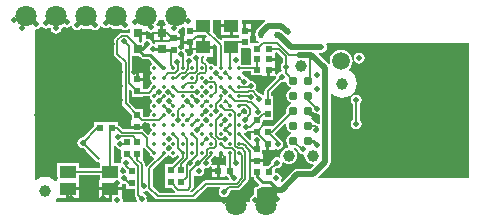
<source format=gbl>
%FSLAX24Y24*%
%MOIN*%
G70*
G01*
G75*
G04 Layer_Physical_Order=4*
G04 Layer_Color=16711680*
%ADD10R,0.0197X0.0236*%
%ADD11R,0.0217X0.0236*%
%ADD12R,0.0394X0.0335*%
%ADD13R,0.0236X0.0335*%
%ADD14R,0.0236X0.0217*%
%ADD15R,0.0315X0.0295*%
%ADD16R,0.0335X0.0256*%
%ADD17R,0.0236X0.0197*%
%ADD18R,0.0709X0.0394*%
%ADD19R,0.0177X0.0177*%
G04:AMPARAMS|DCode=20|XSize=47.2mil|YSize=43.3mil|CornerRadius=0mil|HoleSize=0mil|Usage=FLASHONLY|Rotation=45.000|XOffset=0mil|YOffset=0mil|HoleType=Round|Shape=Rectangle|*
%AMROTATEDRECTD20*
4,1,4,-0.0014,-0.0320,-0.0320,-0.0014,0.0014,0.0320,0.0320,0.0014,-0.0014,-0.0320,0.0*
%
%ADD20ROTATEDRECTD20*%

%ADD21R,0.0256X0.0197*%
%ADD22R,0.0197X0.0256*%
%ADD23O,0.0256X0.0079*%
%ADD24O,0.0079X0.0256*%
%ADD25R,0.1850X0.1850*%
%ADD26R,0.0571X0.0217*%
%ADD27R,0.0571X0.0217*%
%ADD28R,0.2560X0.0400*%
%ADD29R,0.2960X0.0600*%
G04:AMPARAMS|DCode=30|XSize=19.7mil|YSize=23.6mil|CornerRadius=0mil|HoleSize=0mil|Usage=FLASHONLY|Rotation=225.000|XOffset=0mil|YOffset=0mil|HoleType=Round|Shape=Rectangle|*
%AMROTATEDRECTD30*
4,1,4,-0.0014,0.0153,0.0153,-0.0014,0.0014,-0.0153,-0.0153,0.0014,-0.0014,0.0153,0.0*
%
%ADD30ROTATEDRECTD30*%

%ADD31C,0.0394*%
%ADD32R,0.0157X0.0197*%
%ADD33C,0.0150*%
%ADD34C,0.0060*%
%ADD35C,0.0050*%
%ADD36C,0.0100*%
%ADD37C,0.0080*%
%ADD38C,0.0070*%
%ADD39C,0.0090*%
%ADD40C,0.0200*%
%ADD41R,0.0680X0.0410*%
%ADD42C,0.0390*%
%ADD43C,0.0197*%
%ADD44C,0.0118*%
%ADD45C,0.0591*%
%ADD46C,0.0709*%
%ADD47C,0.0240*%
%ADD48C,0.0138*%
%ADD49C,0.0310*%
%ADD50R,0.0551X0.0413*%
%ADD51R,0.0472X0.0433*%
G36*
X8421Y2556D02*
X8437Y2545D01*
Y2495D01*
X8421Y2484D01*
X8398Y2450D01*
X8348D01*
X8335Y2470D01*
X8297Y2495D01*
Y2545D01*
X8335Y2570D01*
X8348Y2590D01*
X8398D01*
X8421Y2556D01*
D02*
G37*
G36*
X11450Y3038D02*
X11488Y3046D01*
X11526Y3014D01*
Y2720D01*
X11480Y2701D01*
X11456Y2725D01*
X11421Y2749D01*
X11380Y2757D01*
X11361D01*
X11319Y2819D01*
X11260Y2859D01*
X11254Y2886D01*
Y2913D01*
X11334Y2966D01*
X11390Y3050D01*
X11450Y3038D01*
D02*
G37*
G36*
X7805Y2255D02*
X7828Y2240D01*
X7833Y2232D01*
X7840Y2225D01*
X7835Y2175D01*
X7805Y2155D01*
X7792Y2135D01*
X7742D01*
X7719Y2169D01*
X7685Y2192D01*
Y2242D01*
X7705Y2255D01*
X7730Y2293D01*
X7780D01*
X7805Y2255D01*
D02*
G37*
G36*
X9232Y2440D02*
Y2225D01*
X9232D01*
Y2225D01*
X9252Y2189D01*
D01*
X9204Y2175D01*
X9022Y2357D01*
Y2407D01*
X9039Y2424D01*
X9070Y2418D01*
X9140Y2432D01*
X9188Y2464D01*
X9232Y2440D01*
D02*
G37*
G36*
X7805Y2885D02*
X7843Y2860D01*
Y2810D01*
X7805Y2785D01*
X7780Y2747D01*
X7730D01*
X7705Y2785D01*
X7667Y2810D01*
Y2860D01*
X7705Y2885D01*
X7730Y2923D01*
X7780D01*
X7805Y2885D01*
D02*
G37*
G36*
X5272Y3813D02*
Y3595D01*
X5628D01*
Y3638D01*
X5835D01*
X5835Y3638D01*
X5835Y3638D01*
X5835Y3638D01*
X5871Y3622D01*
X5871Y3622D01*
Y3622D01*
X5882Y3564D01*
X5915Y3515D01*
X5953Y3490D01*
Y3440D01*
X5915Y3415D01*
X5882Y3366D01*
X5871Y3307D01*
X5882Y3249D01*
X5915Y3200D01*
X5953Y3175D01*
Y3125D01*
X5915Y3100D01*
X5882Y3051D01*
X5871Y2993D01*
X5871Y2991D01*
X5839Y2952D01*
X5653D01*
X5628Y2977D01*
Y3195D01*
X5411D01*
X5172Y3433D01*
Y3847D01*
X5218Y3866D01*
X5272Y3813D01*
D02*
G37*
G36*
X9049Y3213D02*
X9100Y3162D01*
Y3068D01*
X9066Y3035D01*
X9018Y3049D01*
X9016Y3058D01*
X8979Y3114D01*
X8945Y3137D01*
Y3187D01*
X8965Y3200D01*
X8975Y3216D01*
X9043D01*
X9049Y3213D01*
D02*
G37*
G36*
X7477Y2905D02*
X7490Y2885D01*
X7528Y2860D01*
Y2810D01*
X7490Y2785D01*
X7477Y2765D01*
X7427D01*
X7404Y2799D01*
X7388Y2810D01*
Y2860D01*
X7404Y2871D01*
X7427Y2905D01*
X7477D01*
D02*
G37*
G36*
X7161Y2871D02*
X7177Y2860D01*
Y2810D01*
X7161Y2799D01*
X7138Y2765D01*
X7088D01*
X7075Y2785D01*
X7037Y2810D01*
Y2860D01*
X7075Y2885D01*
X7088Y2905D01*
X7138D01*
X7161Y2871D01*
D02*
G37*
G36*
X6545Y2255D02*
X6583Y2230D01*
Y2180D01*
X6545Y2155D01*
X6520Y2117D01*
X6470D01*
X6445Y2155D01*
X6407Y2180D01*
Y2230D01*
X6445Y2255D01*
X6470Y2293D01*
X6520D01*
X6545Y2255D01*
D02*
G37*
G36*
X5010Y1222D02*
X5018Y1220D01*
X5072Y1167D01*
Y1109D01*
X5033Y1077D01*
X5010Y1082D01*
X4953Y1071D01*
X4914Y1102D01*
Y1233D01*
X4958Y1257D01*
X5010Y1222D01*
D02*
G37*
G36*
X5691Y1906D02*
X5873Y1724D01*
X5882Y1675D01*
X5915Y1625D01*
X5965Y1592D01*
X5997Y1586D01*
X6012Y1538D01*
X5779Y1305D01*
X5760Y1277D01*
X5712Y1292D01*
Y1366D01*
X5712Y1366D01*
X5704Y1408D01*
X5679Y1445D01*
X5633Y1492D01*
X5638Y1505D01*
X5638D01*
X5638Y1505D01*
Y1898D01*
X5686Y1913D01*
X5691Y1906D01*
D02*
G37*
G36*
X4203Y851D02*
X4183D01*
Y595D01*
X4934D01*
Y694D01*
X4973Y725D01*
X5010Y718D01*
X5029Y722D01*
X5072Y680D01*
Y545D01*
X5378D01*
Y330D01*
X5378Y330D01*
X5386Y287D01*
X5411Y251D01*
X5422Y239D01*
X5418Y220D01*
X5431Y153D01*
X5400Y114D01*
X4998D01*
X4967Y153D01*
X4972Y180D01*
X4958Y250D01*
X4934Y285D01*
Y495D01*
X4609D01*
Y203D01*
X4612Y199D01*
X4608Y180D01*
X4613Y153D01*
X4582Y114D01*
X2753D01*
X2731Y159D01*
X2785Y230D01*
X2789Y238D01*
X3091D01*
Y545D01*
X3141D01*
Y595D01*
X3517D01*
Y851D01*
X3497D01*
Y1003D01*
X4203D01*
Y851D01*
D02*
G37*
G36*
X6545Y1625D02*
X6594Y1592D01*
X6653Y1581D01*
X6711Y1592D01*
X6760Y1625D01*
X6785Y1663D01*
X6820D01*
X6855Y1628D01*
Y1614D01*
X6596Y1355D01*
X6372D01*
Y959D01*
Y565D01*
X6610D01*
X6706Y469D01*
X6701Y419D01*
X6689Y411D01*
X6188D01*
X5970Y628D01*
Y1180D01*
X6380Y1589D01*
X6396Y1592D01*
X6445Y1625D01*
X6470Y1663D01*
X6520D01*
X6545Y1625D01*
D02*
G37*
G36*
X10817Y1824D02*
X10822Y1800D01*
X10861Y1741D01*
X10920Y1702D01*
X10990Y1688D01*
X11024Y1657D01*
X11023Y1650D01*
X11032Y1578D01*
X11060Y1511D01*
X11104Y1454D01*
X11161Y1409D01*
X11228Y1382D01*
X11300Y1372D01*
X11318Y1375D01*
X11340Y1330D01*
X11224Y1214D01*
X10790D01*
X10732Y1202D01*
X10720Y1200D01*
X10661Y1160D01*
X10281Y780D01*
X10242Y812D01*
X10248Y820D01*
X10262Y890D01*
X10248Y960D01*
X10209Y1019D01*
X10150Y1058D01*
X10080Y1072D01*
X10045Y1101D01*
Y1206D01*
X10081Y1242D01*
X10100Y1238D01*
X10170Y1252D01*
X10229Y1291D01*
X10268Y1350D01*
X10281Y1417D01*
X10296Y1423D01*
X10334Y1430D01*
X10361Y1409D01*
X10428Y1382D01*
X10500Y1372D01*
X10572Y1382D01*
X10639Y1409D01*
X10696Y1454D01*
X10740Y1511D01*
X10768Y1578D01*
X10777Y1650D01*
X10768Y1721D01*
X10740Y1788D01*
X10696Y1846D01*
X10668Y1867D01*
X10676Y1903D01*
X10725Y1917D01*
X10817Y1824D01*
D02*
G37*
G36*
X6545Y1940D02*
X6583Y1915D01*
Y1865D01*
X6545Y1840D01*
X6520Y1802D01*
X6470D01*
X6445Y1840D01*
X6407Y1865D01*
Y1915D01*
X6445Y1940D01*
X6470Y1978D01*
X6520D01*
X6545Y1940D01*
D02*
G37*
G36*
X10421Y2701D02*
X10410Y2650D01*
X10429Y2558D01*
X10481Y2480D01*
X10558Y2428D01*
X10577Y2425D01*
Y2375D01*
X10558Y2371D01*
X10481Y2319D01*
X10429Y2241D01*
X10410Y2150D01*
X10429Y2058D01*
X10481Y1980D01*
X10491Y1973D01*
X10480Y1924D01*
X10428Y1918D01*
X10361Y1890D01*
X10304Y1846D01*
X10260Y1788D01*
X10232Y1721D01*
X10223Y1650D01*
X10229Y1603D01*
X10186Y1577D01*
X10170Y1588D01*
X10100Y1602D01*
X10030Y1588D01*
X9971Y1549D01*
X9932Y1490D01*
X9918Y1420D01*
X9922Y1401D01*
X9820Y1298D01*
X9628D01*
Y1433D01*
X9232D01*
Y1265D01*
X9255D01*
Y922D01*
X9326D01*
X9331Y896D01*
X9359Y853D01*
X9502Y711D01*
X9497Y661D01*
X9480Y650D01*
X9442Y612D01*
X9420D01*
X9389Y605D01*
X9362Y588D01*
X9345Y561D01*
X9338Y530D01*
Y342D01*
X9320Y338D01*
X9261Y299D01*
X9222Y240D01*
X9208Y170D01*
X9211Y153D01*
X9180Y114D01*
X5800Y114D01*
X5769Y153D01*
X5782Y220D01*
X5768Y290D01*
X5729Y349D01*
X5670Y388D01*
X5639Y394D01*
X5627Y443D01*
X5641Y454D01*
X5670Y448D01*
X5740Y462D01*
X5787Y494D01*
X6062Y219D01*
X6098Y195D01*
X6141Y187D01*
X6141Y187D01*
X7319D01*
X7319Y187D01*
X7362Y195D01*
X7398Y219D01*
X7786Y608D01*
X8195D01*
X8218Y564D01*
X8182Y510D01*
X8168Y440D01*
X8182Y370D01*
X8221Y311D01*
X8280Y272D01*
X8350Y258D01*
X8420Y272D01*
X8479Y311D01*
X8518Y370D01*
X8532Y440D01*
X8528Y459D01*
X8566Y498D01*
X8806D01*
X8806Y498D01*
X8848Y506D01*
X8885Y531D01*
X9129Y775D01*
X9129Y775D01*
X9154Y812D01*
X9162Y854D01*
X9162Y854D01*
Y1770D01*
X9162Y1770D01*
X9154Y1813D01*
X9129Y1849D01*
X9129Y1849D01*
X9035Y1943D01*
X9047Y1992D01*
X9064Y1997D01*
X9252Y1810D01*
Y1701D01*
X9232D01*
Y1533D01*
X9628D01*
Y1701D01*
X9608D01*
Y1835D01*
X9750D01*
Y2053D01*
X9850D01*
Y1835D01*
X10008D01*
Y1844D01*
X10052Y1867D01*
X10060Y1862D01*
X10130Y1848D01*
X10200Y1862D01*
X10259Y1901D01*
X10298Y1960D01*
X10312Y2030D01*
X10298Y2100D01*
X10259Y2159D01*
X10221Y2184D01*
X10219Y2186D01*
X10219Y2186D01*
X10029Y2377D01*
X10377Y2725D01*
X10421Y2701D01*
D02*
G37*
G36*
X4722Y1980D02*
X4761Y1921D01*
X4820Y1882D01*
X4890Y1868D01*
X4912Y1850D01*
Y1505D01*
X4912Y1505D01*
X4912D01*
X4925Y1480D01*
X4912Y1460D01*
X4900Y1402D01*
X4671D01*
Y1982D01*
X4721Y1987D01*
X4722Y1980D01*
D02*
G37*
G36*
X8277Y1570D02*
X8293Y1574D01*
X8349Y1611D01*
X8372Y1645D01*
X8404D01*
X8425Y1638D01*
Y1318D01*
X8371D01*
Y1338D01*
X8203D01*
Y1140D01*
Y942D01*
X8371D01*
Y962D01*
X8452D01*
X8453Y959D01*
X8509Y903D01*
X8516Y871D01*
X8484Y832D01*
X7740D01*
X7697Y824D01*
X7661Y799D01*
X7661Y799D01*
X7282Y421D01*
X7233Y430D01*
X7222Y457D01*
X7298Y533D01*
X7298Y533D01*
X7322Y569D01*
X7330Y612D01*
X7330Y612D01*
Y978D01*
X7375Y1002D01*
X7424Y969D01*
X7493Y955D01*
X7563Y969D01*
X7622Y1008D01*
X7661Y1067D01*
X7675Y1137D01*
X7662Y1203D01*
X7673Y1214D01*
X7707Y1237D01*
X7750Y1228D01*
X7820Y1242D01*
X7879Y1281D01*
X7887Y1294D01*
X7935Y1280D01*
Y1190D01*
X8103D01*
Y1338D01*
X7957D01*
X7925Y1377D01*
X7932Y1410D01*
X7918Y1480D01*
X7903Y1502D01*
X7992Y1590D01*
X7992Y1590D01*
X8012Y1620D01*
X8020Y1625D01*
X8033Y1645D01*
X8083D01*
X8106Y1611D01*
X8162Y1574D01*
X8177Y1570D01*
Y1733D01*
X8277D01*
Y1570D01*
D02*
G37*
G36*
X7805Y3515D02*
X7843Y3490D01*
Y3440D01*
X7805Y3415D01*
X7792Y3395D01*
X7742D01*
X7719Y3429D01*
X7685Y3452D01*
Y3502D01*
X7705Y3515D01*
X7730Y3553D01*
X7780D01*
X7805Y3515D01*
D02*
G37*
G36*
X7032Y5912D02*
Y5641D01*
X7012D01*
Y5473D01*
X7210D01*
Y5423D01*
X7260D01*
Y5205D01*
X7314D01*
Y5044D01*
X7291Y5029D01*
X7258Y4978D01*
X7190Y4992D01*
X7131Y4980D01*
X7096Y5016D01*
X7097Y5024D01*
X7083Y5093D01*
X7044Y5152D01*
X7037Y5157D01*
X7051Y5205D01*
X7160D01*
Y5373D01*
X7012D01*
Y5232D01*
X7003Y5219D01*
X6973Y5194D01*
X6915Y5206D01*
X6887Y5200D01*
X6848Y5232D01*
Y5349D01*
X6868D01*
Y5517D01*
X6670D01*
Y5617D01*
X6868D01*
Y5785D01*
X6861D01*
X6837Y5829D01*
X6838Y5830D01*
X6847Y5875D01*
X6863Y5877D01*
X6969Y5921D01*
X6987Y5934D01*
X7032Y5912D01*
D02*
G37*
G36*
X9732Y6138D02*
X9690Y6110D01*
X9470Y5890D01*
X9470Y5890D01*
X9435Y5854D01*
X9424Y5838D01*
X9406D01*
Y5811D01*
X9395Y5795D01*
X9393Y5783D01*
X9381Y5724D01*
Y5660D01*
X9395Y5590D01*
X9406Y5574D01*
Y5482D01*
X9491D01*
X9510Y5435D01*
X9473Y5398D01*
X9245D01*
Y5398D01*
X9244D01*
X9208Y5434D01*
Y5599D01*
X9228D01*
Y5767D01*
X9030D01*
Y5817D01*
X8980D01*
Y6035D01*
X8926D01*
Y6186D01*
X9718D01*
X9732Y6138D01*
D02*
G37*
G36*
X10298Y4914D02*
Y4740D01*
X10281Y4729D01*
X10242Y4670D01*
X10228Y4600D01*
X10242Y4530D01*
X10266Y4494D01*
X10247Y4447D01*
X10200Y4438D01*
X10141Y4399D01*
X10103Y4341D01*
X10055Y4355D01*
Y4460D01*
X9887D01*
Y4302D01*
X10055D01*
X10055Y4302D01*
Y4302D01*
X10069Y4299D01*
X10082Y4279D01*
X10091Y4250D01*
X9721Y3879D01*
X9696Y3843D01*
X9688Y3800D01*
X9688Y3800D01*
Y3674D01*
X9640Y3660D01*
X9627Y3679D01*
X9568Y3718D01*
X9510Y3730D01*
X9488Y3763D01*
X9488Y3763D01*
X9383Y3868D01*
X9378Y3871D01*
X9398Y3900D01*
X9412Y3970D01*
X9398Y4040D01*
X9359Y4099D01*
X9300Y4138D01*
X9230Y4152D01*
X9226Y4151D01*
X9184Y4179D01*
X9183Y4184D01*
X9143Y4244D01*
X9084Y4283D01*
X9015Y4297D01*
X9015Y4297D01*
X9015Y4297D01*
X8998Y4308D01*
X8998Y4310D01*
X8965Y4360D01*
X8927Y4385D01*
Y4421D01*
X8962Y4456D01*
X9245D01*
Y4322D01*
X9619D01*
Y4302D01*
X9787D01*
Y4510D01*
X9837D01*
Y4560D01*
X10055D01*
Y4662D01*
Y4810D01*
X9837D01*
Y4910D01*
X10055D01*
Y5058D01*
X10055D01*
Y5062D01*
X10090Y5098D01*
X10114D01*
X10298Y4914D01*
D02*
G37*
G36*
X9208Y5225D02*
X9210D01*
X9245Y5190D01*
Y5022D01*
Y4682D01*
Y4681D01*
X8956D01*
X8915Y4708D01*
X8897Y4753D01*
X8908Y4770D01*
X8922Y4840D01*
X8908Y4910D01*
X8906Y4912D01*
X8906Y4973D01*
X8906D01*
Y5225D01*
X9208D01*
Y5225D01*
D02*
G37*
G36*
X7769Y5632D02*
X7750Y5586D01*
X7700D01*
Y5319D01*
X7986D01*
Y5350D01*
X8032Y5369D01*
X8115Y5286D01*
Y4667D01*
X8095Y4637D01*
X8045D01*
X8020Y4675D01*
X7971Y4708D01*
X7912Y4719D01*
X7854Y4708D01*
X7854Y4708D01*
X7854Y4708D01*
X7842Y4710D01*
X7826Y4735D01*
X7826Y4735D01*
X7732Y4828D01*
Y4843D01*
X7761Y4886D01*
X7772Y4940D01*
X7782Y4953D01*
X7986D01*
Y5219D01*
X7650D01*
Y5269D01*
X7600D01*
Y5586D01*
X7408D01*
Y5641D01*
D01*
Y5641D01*
X7441Y5674D01*
X7727D01*
X7769Y5632D01*
D02*
G37*
G36*
X4271Y5947D02*
X4330Y5907D01*
X4400Y5894D01*
X4470Y5907D01*
X4512Y5936D01*
X4531Y5921D01*
X4637Y5877D01*
X4750Y5862D01*
X4863Y5877D01*
X4909Y5896D01*
X4911Y5891D01*
X4970Y5852D01*
X5040Y5838D01*
X5110Y5852D01*
X5168Y5891D01*
X5171Y5890D01*
X5213Y5862D01*
Y5745D01*
X5168Y5721D01*
X5137Y5742D01*
X5094Y5751D01*
X5094Y5751D01*
X4928D01*
X4928Y5751D01*
X4886Y5742D01*
X4849Y5718D01*
X4849Y5718D01*
X4711Y5579D01*
X4686Y5543D01*
X4678Y5500D01*
X4678Y5500D01*
Y5040D01*
X4678Y5040D01*
X4686Y4997D01*
X4711Y4961D01*
X4948Y4724D01*
Y3387D01*
X4948Y3387D01*
X4956Y3344D01*
X4981Y3308D01*
X5272Y3017D01*
Y2821D01*
X5252D01*
Y2653D01*
X5648D01*
Y2728D01*
X5841D01*
X5873Y2689D01*
X5871Y2678D01*
X5882Y2619D01*
X5915Y2570D01*
X5953Y2545D01*
Y2495D01*
X5915Y2470D01*
X5882Y2421D01*
X5871Y2363D01*
X5817Y2352D01*
X5684Y2484D01*
X5648Y2508D01*
Y2553D01*
X5252D01*
Y2532D01*
X4976D01*
X4859Y2649D01*
X4823Y2674D01*
X4815Y2675D01*
Y2758D01*
X4025D01*
Y2640D01*
X3644Y2259D01*
X3631Y2262D01*
X3561Y2248D01*
X3502Y2209D01*
X3463Y2150D01*
X3449Y2080D01*
X3463Y2010D01*
X3502Y1951D01*
X3561Y1912D01*
X3631Y1898D01*
X3646Y1901D01*
X4080Y1467D01*
X4118Y1442D01*
X4163Y1433D01*
X4164Y1433D01*
X4203Y1401D01*
Y1228D01*
X3497D01*
Y1402D01*
X2786D01*
Y851D01*
X2766D01*
Y813D01*
X2718Y797D01*
X2709Y809D01*
X2610Y886D01*
X2494Y933D01*
X2370Y950D01*
X2246Y933D01*
X2130Y886D01*
X2075Y843D01*
X2030Y865D01*
Y5843D01*
X2069Y5875D01*
X2090Y5870D01*
X2160Y5884D01*
X2219Y5924D01*
X2233Y5945D01*
X2283D01*
X2291Y5931D01*
X2350Y5892D01*
X2420Y5878D01*
X2490Y5892D01*
X2505Y5902D01*
X2568Y5890D01*
X2582Y5820D01*
X2621Y5761D01*
X2680Y5722D01*
X2750Y5708D01*
X2820Y5722D01*
X2879Y5761D01*
X2918Y5820D01*
X2932Y5890D01*
X2929Y5904D01*
X2969Y5921D01*
X2999Y5943D01*
X3030Y5922D01*
X3100Y5908D01*
X3170Y5922D01*
X3229Y5961D01*
X3230Y5964D01*
X3279Y5954D01*
X3282Y5940D01*
X3321Y5881D01*
X3380Y5842D01*
X3450Y5828D01*
X3520Y5842D01*
X3579Y5881D01*
X3589Y5897D01*
X3637Y5877D01*
X3750Y5862D01*
X3863Y5877D01*
X3909Y5896D01*
X3911Y5891D01*
X3970Y5852D01*
X4040Y5838D01*
X4110Y5852D01*
X4169Y5891D01*
X4208Y5950D01*
X4209Y5957D01*
X4258Y5966D01*
X4271Y5947D01*
D02*
G37*
G36*
X6371Y6081D02*
X6411Y6028D01*
X6389Y5983D01*
X6320D01*
Y5736D01*
Y5488D01*
X6472D01*
Y5432D01*
X6033D01*
Y5417D01*
X5994Y5385D01*
X5960Y5392D01*
X5960Y5392D01*
X5960Y5392D01*
X5946Y5402D01*
X5938Y5440D01*
X5899Y5499D01*
X5840Y5538D01*
X5770Y5552D01*
X5766Y5551D01*
X5727Y5583D01*
Y5676D01*
X5470D01*
Y5776D01*
X5727D01*
Y5796D01*
X5775Y5810D01*
X5781Y5801D01*
X5840Y5762D01*
X5910Y5748D01*
X5974Y5761D01*
X6013Y5729D01*
Y5488D01*
X6220D01*
Y5736D01*
Y5983D01*
X6111D01*
X6089Y6028D01*
X6129Y6081D01*
X6173Y6186D01*
X6327D01*
X6371Y6081D01*
D02*
G37*
G36*
X8254Y6021D02*
X8590D01*
Y5971D01*
X8640D01*
Y5654D01*
X8832D01*
Y5599D01*
D01*
Y5599D01*
X8799Y5566D01*
X8274D01*
Y5510D01*
X8228Y5491D01*
X7966Y5752D01*
Y6186D01*
X8254D01*
Y6021D01*
D02*
G37*
G36*
X8435Y4460D02*
X8455Y4447D01*
Y4397D01*
X8421Y4374D01*
X8398Y4340D01*
X8348D01*
X8335Y4360D01*
X8297Y4385D01*
Y4435D01*
X8335Y4460D01*
X8360Y4498D01*
X8410D01*
X8435Y4460D01*
D02*
G37*
G36*
X7805Y3830D02*
X7843Y3805D01*
Y3755D01*
X7805Y3730D01*
X7780Y3692D01*
X7730D01*
X7705Y3730D01*
X7667Y3755D01*
Y3805D01*
X7705Y3830D01*
X7730Y3868D01*
X7780D01*
X7805Y3830D01*
D02*
G37*
G36*
X8422Y3850D02*
X8435Y3830D01*
X8473Y3805D01*
Y3755D01*
X8435Y3730D01*
X8410Y3692D01*
X8360D01*
X8335Y3730D01*
X8315Y3743D01*
Y3793D01*
X8349Y3816D01*
X8372Y3850D01*
X8422D01*
D02*
G37*
G36*
X8435Y3515D02*
X8455Y3502D01*
Y3452D01*
X8421Y3429D01*
X8398Y3395D01*
X8348D01*
X8335Y3415D01*
X8308Y3432D01*
X8307Y3450D01*
X8331Y3486D01*
X8338Y3519D01*
X8360Y3553D01*
X8410D01*
X8435Y3515D01*
D02*
G37*
G36*
X16514Y891D02*
X11486D01*
X11467Y938D01*
X11840Y1310D01*
X11880Y1370D01*
X11894Y1440D01*
Y3708D01*
X11941Y3724D01*
X11951Y3711D01*
X12050Y3634D01*
X12166Y3587D01*
X12290Y3570D01*
X12414Y3587D01*
X12530Y3634D01*
X12629Y3711D01*
X12706Y3810D01*
X12753Y3926D01*
X12770Y4050D01*
X12753Y4174D01*
X12706Y4290D01*
X12629Y4389D01*
X12530Y4466D01*
X12512Y4473D01*
X12505Y4523D01*
X12518Y4532D01*
X12578Y4611D01*
X12616Y4702D01*
X12629Y4800D01*
X12616Y4898D01*
X12578Y4989D01*
X12518Y5068D01*
X12439Y5128D01*
X12348Y5166D01*
X12250Y5179D01*
X12152Y5166D01*
X12061Y5128D01*
X11982Y5068D01*
X11922Y4989D01*
X11884Y4898D01*
X11871Y4800D01*
X11882Y4718D01*
X11855Y4700D01*
X11838Y4692D01*
X11489Y5040D01*
X11508Y5086D01*
X11590D01*
X11660Y5100D01*
X11720Y5140D01*
X11760Y5200D01*
X11774Y5270D01*
X11760Y5340D01*
X11749Y5356D01*
X11773Y5400D01*
X16514D01*
Y891D01*
D02*
G37*
G36*
X5554Y4922D02*
X5597Y4894D01*
X5648Y4884D01*
X5811D01*
X5819Y4876D01*
X5819Y4876D01*
X5950Y4744D01*
X5945Y4695D01*
X5915Y4675D01*
X5882Y4625D01*
X5871Y4567D01*
X5882Y4509D01*
X5915Y4460D01*
X5953Y4435D01*
Y4385D01*
X5915Y4360D01*
X5882Y4310D01*
X5871Y4252D01*
X5882Y4194D01*
X5915Y4145D01*
X5953Y4120D01*
Y4070D01*
X5915Y4045D01*
X5882Y3995D01*
X5873Y3946D01*
X5789Y3862D01*
X5628D01*
Y3969D01*
X5648D01*
Y4137D01*
X5450D01*
Y4187D01*
X5400D01*
Y4405D01*
X5282D01*
Y4967D01*
X5510D01*
X5554Y4922D01*
D02*
G37*
G36*
X10419Y4105D02*
X10429Y4058D01*
X10481Y3980D01*
X10558Y3928D01*
X10577Y3925D01*
Y3875D01*
X10558Y3871D01*
X10481Y3819D01*
X10429Y3741D01*
X10410Y3650D01*
X10429Y3558D01*
X10481Y3480D01*
X10558Y3428D01*
X10577Y3425D01*
Y3375D01*
X10558Y3371D01*
X10481Y3319D01*
X10429Y3241D01*
X10410Y3150D01*
X10425Y3076D01*
X9992Y2643D01*
X9988Y2645D01*
Y2645D01*
X9988Y2645D01*
X9648D01*
Y2661D01*
X9628D01*
Y2835D01*
X9988D01*
Y3229D01*
Y3625D01*
X9912D01*
Y3754D01*
X10251Y4092D01*
X10270Y4088D01*
X10340Y4102D01*
X10373Y4124D01*
X10419Y4105D01*
D02*
G37*
%LPC*%
G36*
X3517Y495D02*
X3191D01*
Y238D01*
X3517D01*
Y495D01*
D02*
G37*
G36*
X9228Y6035D02*
X9080D01*
Y5867D01*
X9228D01*
Y6035D01*
D02*
G37*
G36*
X4509Y495D02*
X4183D01*
Y238D01*
X4509D01*
Y495D01*
D02*
G37*
G36*
X8103Y1090D02*
X7935D01*
Y942D01*
X8103D01*
Y1090D01*
D02*
G37*
G36*
X5648Y4405D02*
X5500D01*
Y4237D01*
X5648D01*
Y4405D01*
D02*
G37*
G36*
X12750Y3682D02*
X12680Y3668D01*
X12621Y3629D01*
X12582Y3570D01*
X12568Y3500D01*
X12582Y3430D01*
X12621Y3371D01*
X12631Y3365D01*
Y2849D01*
X12625Y2845D01*
X12585Y2786D01*
X12572Y2716D01*
X12585Y2647D01*
X12625Y2588D01*
X12684Y2548D01*
X12754Y2535D01*
X12823Y2548D01*
X12882Y2588D01*
X12922Y2647D01*
X12935Y2716D01*
X12922Y2786D01*
X12882Y2845D01*
X12876Y2849D01*
Y3370D01*
X12879Y3371D01*
X12918Y3430D01*
X12932Y3500D01*
X12918Y3570D01*
X12879Y3629D01*
X12820Y3668D01*
X12750Y3682D01*
D02*
G37*
G36*
X8540Y5921D02*
X8254D01*
Y5654D01*
X8540D01*
Y5921D01*
D02*
G37*
G36*
X12851Y5081D02*
X12782Y5067D01*
X12723Y5027D01*
X12683Y4968D01*
X12669Y4899D01*
X12683Y4829D01*
X12723Y4770D01*
X12782Y4731D01*
X12851Y4717D01*
X12921Y4731D01*
X12980Y4770D01*
X13019Y4829D01*
X13033Y4899D01*
X13019Y4968D01*
X12980Y5027D01*
X12921Y5067D01*
X12851Y5081D01*
D02*
G37*
%LPD*%
D10*
X6670Y5567D02*
D03*
Y5173D02*
D03*
X9030Y5423D02*
D03*
Y5817D02*
D03*
X7210Y5817D02*
D03*
Y5423D02*
D03*
X5450Y4187D02*
D03*
Y3793D02*
D03*
Y2603D02*
D03*
Y2997D02*
D03*
X9430Y1483D02*
D03*
Y1877D02*
D03*
D11*
X5100Y1703D02*
D03*
Y2097D02*
D03*
X5450Y1703D02*
D03*
Y2097D02*
D03*
X5260Y743D02*
D03*
Y1137D02*
D03*
X6560Y763D02*
D03*
Y1157D02*
D03*
X6920Y763D02*
D03*
Y1157D02*
D03*
X9800Y2053D02*
D03*
Y2447D02*
D03*
Y3033D02*
D03*
Y3427D02*
D03*
X9440Y2443D02*
D03*
Y2837D02*
D03*
D14*
X4223Y2570D02*
D03*
X4617D02*
D03*
X9453Y1110D02*
D03*
X9847D02*
D03*
X9443Y4510D02*
D03*
X9837D02*
D03*
X9443Y5210D02*
D03*
X9837D02*
D03*
D15*
X6270Y5736D02*
D03*
Y5204D02*
D03*
X5470Y5726D02*
D03*
Y5194D02*
D03*
D17*
X8153Y1140D02*
D03*
X8547D02*
D03*
X9837Y4860D02*
D03*
X9443D02*
D03*
D31*
X2370Y470D02*
D03*
X12290Y4050D02*
D03*
D32*
X10116Y5660D02*
D03*
X9564D02*
D03*
D33*
X11150Y3150D02*
X11340Y2960D01*
X11410D01*
D34*
X4617Y2570D02*
X4780D01*
X4559Y1115D02*
Y2512D01*
X4617Y2570D01*
X5920Y5710D02*
X5946Y5736D01*
X6270D01*
X9837Y5210D02*
X10160D01*
X9450Y5160D02*
X9472Y5181D01*
X9443Y5160D02*
X9450D01*
X10116Y5410D02*
X10506Y5020D01*
X9443Y5210D02*
X9643Y5410D01*
X10116D01*
X10410Y4600D02*
Y4960D01*
X9800Y3800D02*
X10270Y4270D01*
X10410Y4390D02*
Y4600D01*
X10506Y5020D02*
X10850D01*
X10160Y5210D02*
X10410Y4960D01*
X7620Y4782D02*
Y4940D01*
X8227Y4567D02*
Y5333D01*
X7650Y5910D02*
X8227Y5333D01*
X7650Y5910D02*
Y5969D01*
X8542Y4567D02*
Y5222D01*
X8590Y5269D01*
X4928Y5638D02*
X5094D01*
X9050Y854D02*
Y1770D01*
X8806Y610D02*
X9050Y854D01*
X8520Y610D02*
X8806D01*
X8350Y440D02*
X8520Y610D01*
X7740Y720D02*
X8760D01*
X7319Y299D02*
X7740Y720D01*
X9440Y2413D02*
X9800Y2053D01*
X9440Y2413D02*
Y2443D01*
X9720Y2723D02*
Y2750D01*
X9440Y2443D02*
X9720Y2723D01*
X9130Y2360D02*
X9213Y2443D01*
X9440D01*
X9800Y3427D02*
Y3800D01*
X9222Y2600D02*
X9655Y3033D01*
X9800D01*
X9070Y2600D02*
X9222D01*
X9040Y2850D02*
X9212Y3022D01*
X8857Y2363D02*
X9379Y1841D01*
X8376Y3159D02*
X8621D01*
X8708Y3072D01*
Y1982D02*
Y3072D01*
X9212Y3022D02*
Y3208D01*
X8972Y2048D02*
X9060Y1960D01*
X8857Y2048D02*
X8972D01*
X8227Y2678D02*
X8385Y2835D01*
X9113Y3307D02*
X9212Y3208D01*
X8878Y3328D02*
X9084D01*
X8857Y3307D02*
X8878Y3328D01*
X9408Y3664D02*
X9499Y3574D01*
X9408Y3664D02*
Y3684D01*
X9304Y3788D02*
X9408Y3684D01*
X9156Y3788D02*
X9304D01*
X9148Y3780D02*
X9156Y3788D01*
X9146Y3422D02*
X9250D01*
X9129Y3438D02*
X9146Y3422D01*
X9129Y3438D02*
X9129D01*
X9098Y3470D02*
X9129Y3438D01*
X9105Y3307D02*
X9113D01*
X9084Y3328D02*
X9105Y3307D01*
X8695Y3470D02*
X9098D01*
X9250Y3422D02*
X9480Y3192D01*
Y3110D02*
Y3192D01*
X8393Y2529D02*
X8542Y2678D01*
X7597Y2048D02*
X7746Y2197D01*
X7760Y1672D02*
Y1830D01*
X7829Y1899D01*
X7999D01*
X8061Y1961D01*
Y2163D01*
X7912Y2311D02*
X8061Y2163D01*
X7912Y2311D02*
Y2363D01*
X8857Y2993D02*
X9010Y3145D01*
X9800Y2447D02*
X10140Y2107D01*
Y2030D02*
Y2107D01*
X8930Y1890D02*
X9050Y1770D01*
X8393Y2512D02*
X8542Y2363D01*
X8079Y2844D02*
X8227Y2993D01*
X8079Y2301D02*
Y2844D01*
Y2301D02*
X8166Y2214D01*
X8376D01*
X8385Y2205D01*
X4790Y5500D02*
X4928Y5638D01*
X4790Y5040D02*
X5060Y4770D01*
X5170Y4073D02*
Y5310D01*
X5020Y5460D02*
X5170Y5310D01*
X6810Y1890D02*
Y2205D01*
X6653Y2363D02*
X6810Y2205D01*
X6818Y3158D02*
X6968Y3307D01*
X6818Y2835D02*
Y3158D01*
X6968Y4568D02*
Y4971D01*
X7134Y4754D02*
X7190Y4810D01*
X7134Y4523D02*
Y4754D01*
X7620Y4782D02*
X7746Y4655D01*
Y4456D02*
Y4655D01*
X6023Y3622D02*
X6180Y3780D01*
X11150Y3650D02*
X11180D01*
X10410Y4390D02*
X10650Y4150D01*
X6968Y4567D02*
X6968Y4568D01*
X8079Y4393D02*
X8220Y4252D01*
X7449Y4484D02*
Y4871D01*
X7420Y4900D02*
X7449Y4871D01*
X6923Y4418D02*
X7029D01*
X6757Y4252D02*
X6923Y4418D01*
X6653Y4252D02*
X6757D01*
X6590Y4681D02*
Y5153D01*
X7029Y4418D02*
X7134Y4523D01*
X6590Y4681D02*
X6653Y4618D01*
X7019Y4252D02*
X7168Y4401D01*
X7366D01*
X7449Y4484D01*
X7530Y4410D02*
X7700D01*
X7449Y4329D02*
X7530Y4410D01*
X7449Y4159D02*
Y4329D01*
X5607Y2840D02*
X6185D01*
X5605Y2405D02*
X5770Y2240D01*
X5318Y2405D02*
X5605D01*
X5303Y2420D02*
X5318Y2405D01*
X4930Y2420D02*
X5303D01*
X5301Y2295D02*
X5450Y2146D01*
X4865Y2295D02*
X5301D01*
X6920Y1364D02*
X7120Y1564D01*
X6920Y1157D02*
Y1364D01*
X6810Y1890D02*
X6968Y1733D01*
X7108Y1338D02*
X7440Y1670D01*
X7108Y951D02*
Y1338D01*
X7218Y1128D02*
X7480Y1390D01*
X7218Y612D02*
Y1128D01*
X7995Y4095D02*
X8070Y4020D01*
Y3780D02*
Y4020D01*
X7912Y3622D02*
X8070Y3780D01*
X8227Y3529D02*
Y3622D01*
X8070Y3372D02*
X8227Y3529D01*
X8070Y3150D02*
Y3372D01*
X11110Y5020D02*
X11220Y4910D01*
Y4220D02*
Y4910D01*
X11150Y4150D02*
X11220Y4220D01*
X8858Y4568D02*
X9395D01*
X9396Y4567D01*
X8857D02*
X8858Y4568D01*
X7700Y4410D02*
X7746Y4456D01*
X7376Y4086D02*
X7449Y4159D01*
X7116Y4086D02*
X7376D01*
X6968Y3937D02*
X7116Y4086D01*
X6968Y4252D02*
X7019D01*
X7210Y5220D02*
Y5240D01*
X7755Y4095D02*
X7995D01*
X7210Y5220D02*
Y5423D01*
X8240Y3940D02*
X8389Y3791D01*
X6498Y3777D02*
X6653Y3622D01*
X5450Y3750D02*
X5835D01*
X3141Y1115D02*
X4559D01*
X4780Y2570D02*
X4930Y2420D01*
X5770Y1985D02*
Y2240D01*
Y1985D02*
X6023Y1733D01*
X8858Y3936D02*
X8875Y3920D01*
X8857Y3937D02*
X8858Y3936D01*
X8542Y3622D02*
X8695Y3470D01*
X8542Y3937D02*
X8700Y3780D01*
X7601Y5220D02*
X7650Y5269D01*
X7210Y5220D02*
X7601D01*
X7400Y5620D02*
X7520D01*
X7210Y5430D02*
X7400Y5620D01*
X7210Y5423D02*
Y5430D01*
X7129Y5423D02*
X7210D01*
X6310Y5470D02*
X6513D01*
X6610Y5567D01*
X6180Y3465D02*
X6338Y3622D01*
X5060Y3387D02*
Y4770D01*
X8800Y1890D02*
X8930D01*
X8708Y1982D02*
X8800Y1890D01*
X8227Y3307D02*
X8376Y3159D01*
X8760Y720D02*
X8931Y891D01*
X8857Y3622D02*
X9174D01*
X6338Y3307D02*
X6495Y3150D01*
X6504Y3456D02*
X6653Y3307D01*
X6590Y5153D02*
X6610Y5173D01*
X6653Y3937D02*
X6810Y3780D01*
X6180Y3450D02*
Y3465D01*
X7210Y5817D02*
X7497D01*
X7650Y5969D01*
X8744Y5423D02*
X9030D01*
X8590Y5269D02*
X8744Y5423D01*
X9443Y4520D02*
Y4820D01*
X5450Y2997D02*
X5607Y2840D01*
X7597Y3307D02*
X7746Y3456D01*
X7283Y2678D02*
X7431Y2826D01*
X8393Y3456D02*
X8542Y3307D01*
X8393Y4401D02*
X8542Y4252D01*
X6653Y4567D02*
Y4618D01*
X7283Y3622D02*
X7440Y3465D01*
X5835Y3750D02*
X6023Y3937D01*
X8227Y1733D02*
X8376Y1584D01*
X6185Y2840D02*
X6338Y2993D01*
X7570Y1482D02*
X7760Y1672D01*
X7750Y1410D02*
Y1507D01*
X7912Y1669D01*
Y1733D01*
X7283Y2363D02*
X7440Y2205D01*
X6968Y2363D02*
X7120Y2210D01*
X5858Y582D02*
Y1226D01*
X6338Y1705D01*
Y1733D01*
X6810Y3780D02*
X7440D01*
X7125Y3465D02*
X7283Y3307D01*
X5170Y4073D02*
X5450Y3793D01*
X5060Y3387D02*
X5450Y2997D01*
X8857Y4252D02*
X9015Y4095D01*
X7460Y2540D02*
X7597Y2678D01*
Y2993D02*
X7755Y3150D01*
X7134Y2844D02*
X7283Y2993D01*
X5858Y582D02*
X6141Y299D01*
X8857Y1733D02*
X8931Y1659D01*
Y891D02*
Y1659D01*
X6570Y763D02*
X6813Y520D01*
X7126D01*
X6141Y299D02*
X7319D01*
X6570Y1157D02*
Y1170D01*
X4860Y2290D02*
X4865Y2295D01*
X5450Y2097D02*
Y2146D01*
X4910Y2040D02*
X5103D01*
X5160Y2097D01*
Y1650D02*
Y1703D01*
Y1650D02*
X5490Y1320D01*
Y330D02*
Y1320D01*
X5450Y1516D02*
Y1703D01*
Y1516D02*
X5600Y1366D01*
Y680D02*
Y1366D01*
X5080Y1317D02*
Y1390D01*
Y1317D02*
X5260Y1137D01*
X7440Y1670D02*
Y2205D01*
X6920Y763D02*
X7108Y951D01*
X6570Y1170D02*
X6968Y1568D01*
Y1733D01*
X7120Y1564D02*
Y2210D01*
X7570Y1480D02*
Y1482D01*
X7126Y520D02*
X7218Y612D01*
X7480Y1390D02*
X7570Y1480D01*
X5600Y680D02*
X5650Y630D01*
X5490Y330D02*
X5600Y220D01*
X5167Y743D02*
X5260D01*
X5030Y880D02*
X5167Y743D01*
X8220Y4252D02*
X8227D01*
X9499Y3550D02*
Y3574D01*
X8700Y3780D02*
X9148D01*
X8858Y3936D02*
X9230D01*
X4790Y5040D02*
Y5500D01*
X5094Y5638D02*
X5504Y5228D01*
X6915Y5024D02*
X6968Y4971D01*
X6280Y5736D02*
X6441D01*
X6610Y5567D01*
X9847Y1167D02*
X10100Y1420D01*
X9847Y1110D02*
Y1167D01*
X10650Y2150D02*
X10960Y1840D01*
X11150Y3520D02*
Y3650D01*
Y3520D02*
X11450Y3220D01*
D35*
X9947Y2447D02*
X10650Y3150D01*
X9800Y2447D02*
X9947D01*
X6485Y4400D02*
X6720D01*
X6338Y4252D02*
X6485Y4400D01*
X11150Y2650D02*
X11380D01*
X6824Y4504D02*
Y4754D01*
X6720Y4400D02*
X6824Y4504D01*
X11380Y2650D02*
X11475Y2555D01*
D36*
X6270Y5204D02*
X6280D01*
X5966D02*
X6270D01*
X5960Y5210D02*
X5966Y5204D01*
X9630Y770D02*
X9880D01*
X9453Y947D02*
X9630Y770D01*
X9453Y947D02*
Y1110D01*
X5553Y5480D02*
Y5722D01*
X5913Y4970D02*
X6315Y4567D01*
X5913Y4970D02*
Y4970D01*
X5594Y5194D02*
X5770Y5370D01*
X9430Y1877D02*
Y2170D01*
X8547Y1053D02*
X8690Y910D01*
X8547Y1053D02*
Y1140D01*
X6301Y5173D02*
X6610D01*
X6315Y4567D02*
X6338D01*
X5648Y5016D02*
X5866D01*
X5470Y5194D02*
X5648Y5016D01*
X5866D02*
X5913Y4970D01*
X9880Y770D02*
X10130Y520D01*
X11150Y2150D02*
X11310D01*
X11440Y2020D01*
X9544Y5760D02*
X9600D01*
D37*
X12754Y2716D02*
Y3496D01*
X12750Y3500D02*
X12754Y3496D01*
D38*
X4121Y2570D02*
X4223D01*
X3631Y2080D02*
X4121Y2570D01*
X3633Y2080D02*
X4163Y1550D01*
X3631Y2080D02*
X3633D01*
X8703Y1467D02*
Y1807D01*
X8616Y1894D02*
X8703Y1807D01*
Y1467D02*
X8750Y1420D01*
X8381Y1894D02*
X8616D01*
X8227Y2048D02*
X8381Y1894D01*
X8542Y1164D02*
Y1733D01*
D40*
X10280Y520D02*
X10790Y1030D01*
X11300D01*
X9610Y520D02*
X10280D01*
X9530Y440D02*
X9610Y520D01*
X11300Y1030D02*
X11710Y1440D01*
Y4560D01*
X11250Y5020D02*
X11710Y4560D01*
X10850Y5020D02*
X11110D01*
X11250D01*
X10190Y5660D02*
X10580Y5270D01*
X10116Y5660D02*
X10190D01*
X10580Y5270D02*
X11590D01*
X9564Y5660D02*
Y5724D01*
X9820Y5980D02*
X10249D01*
X9564Y5724D02*
X9600Y5760D01*
X9820Y5980D01*
X10249D02*
X10469Y5759D01*
D41*
X9760Y325D02*
D03*
D42*
X11300Y1650D02*
D03*
X10500D02*
D03*
X10900Y4650D02*
D03*
D43*
X9550Y6080D02*
D03*
X12060Y3090D02*
D03*
Y2310D02*
D03*
X11440Y3880D02*
D03*
Y4350D02*
D03*
X4876Y3021D02*
D03*
X4404D02*
D03*
X3931D02*
D03*
X5349Y3494D02*
D03*
X4876D02*
D03*
X4404D02*
D03*
X3931D02*
D03*
X4876Y3966D02*
D03*
X4404D02*
D03*
X3931D02*
D03*
X5349Y4439D02*
D03*
X4876D02*
D03*
X4404D02*
D03*
X3931D02*
D03*
X5890Y1530D02*
D03*
X10120Y4520D02*
D03*
X10270Y4270D02*
D03*
X10410Y4600D02*
D03*
X10140Y4790D02*
D03*
X12851Y4899D02*
D03*
X8740Y4840D02*
D03*
X9040Y320D02*
D03*
X7140Y6130D02*
D03*
X4400Y6076D02*
D03*
X3450Y6010D02*
D03*
X2750Y5890D02*
D03*
X2090Y6052D02*
D03*
X8350Y440D02*
D03*
X9070Y2600D02*
D03*
X9480Y3110D02*
D03*
X9010Y3150D02*
D03*
X9040Y2850D02*
D03*
X9130Y2360D02*
D03*
X9720Y2750D02*
D03*
X8385Y2835D02*
D03*
X9230Y3970D02*
D03*
Y3610D02*
D03*
X8180Y5640D02*
D03*
X6490Y3780D02*
D03*
X6504Y3456D02*
D03*
X6495Y3150D02*
D03*
X6180Y3470D02*
D03*
X6818Y2835D02*
D03*
X6494Y2204D02*
D03*
Y1889D02*
D03*
X6180Y3780D02*
D03*
X6790Y4780D02*
D03*
X7190Y4810D02*
D03*
X7420Y4900D02*
D03*
X7850Y4830D02*
D03*
X8079Y4393D02*
D03*
X5818Y4784D02*
D03*
X5770Y5370D02*
D03*
X5960Y5210D02*
D03*
X11410Y2490D02*
D03*
X10130Y520D02*
D03*
X5700Y2660D02*
D03*
X6610Y1480D02*
D03*
X7480Y1390D02*
D03*
X7493Y1137D02*
D03*
X7220Y1400D02*
D03*
X7125Y3465D02*
D03*
X7440D02*
D03*
X7755Y3780D02*
D03*
Y3150D02*
D03*
X7754Y2834D02*
D03*
X10850Y5020D02*
D03*
X9499Y3550D02*
D03*
X8389Y3781D02*
D03*
X3631Y2080D02*
D03*
X3630Y1800D02*
D03*
X4890Y2050D02*
D03*
X4798Y2280D02*
D03*
X4790Y180D02*
D03*
X2110Y2990D02*
D03*
X9430Y2170D02*
D03*
X2750Y5250D02*
D03*
X2440D02*
D03*
X7440Y3780D02*
D03*
Y2520D02*
D03*
X9015Y4115D02*
D03*
X8690Y910D02*
D03*
X8385Y2205D02*
D03*
X8070Y3150D02*
D03*
X7750Y1410D02*
D03*
X3350Y1500D02*
D03*
X2130Y960D02*
D03*
X2710Y900D02*
D03*
X3230Y240D02*
D03*
X4300Y250D02*
D03*
X4990Y1150D02*
D03*
X4760Y750D02*
D03*
X4830Y1580D02*
D03*
X5850Y250D02*
D03*
X6280Y610D02*
D03*
X11020Y1370D02*
D03*
X9730Y1730D02*
D03*
X9040Y4790D02*
D03*
X2190Y5700D02*
D03*
X8180Y1420D02*
D03*
X8750D02*
D03*
X7755Y4095D02*
D03*
X8350Y140D02*
D03*
X5080Y1390D02*
D03*
X5670Y630D02*
D03*
X5600Y220D02*
D03*
X5010Y900D02*
D03*
X12754Y2716D02*
D03*
X12750Y3500D02*
D03*
X5020Y5460D02*
D03*
X6250Y6040D02*
D03*
X4610Y5366D02*
D03*
X6920Y5280D02*
D03*
X6915Y5024D02*
D03*
X6670Y5900D02*
D03*
X5910Y5930D02*
D03*
X5370Y6100D02*
D03*
X5040Y6020D02*
D03*
X4040D02*
D03*
X3100Y6090D02*
D03*
X2420Y6060D02*
D03*
X1620Y5920D02*
D03*
X1356Y6160D02*
D03*
X6920Y5770D02*
D03*
X10100Y200D02*
D03*
X9730Y390D02*
D03*
X9390Y170D02*
D03*
X10100Y1420D02*
D03*
X10080Y890D02*
D03*
X10130Y2030D02*
D03*
X10990Y1870D02*
D03*
X11440Y2020D02*
D03*
X11410Y2960D02*
D03*
X11450Y3220D02*
D03*
X11590Y5270D02*
D03*
X10470Y5760D02*
D03*
X9300Y5610D02*
D03*
D44*
X5920Y5710D02*
D03*
X7630Y4940D02*
D03*
X7746Y2197D02*
D03*
X9060Y1960D02*
D03*
X8393Y2512D02*
D03*
X7134Y2844D02*
D03*
X7210Y5240D02*
D03*
X7970D02*
D03*
X7746Y3456D02*
D03*
X7431Y2826D02*
D03*
X8393Y3456D02*
D03*
Y4401D02*
D03*
X7720Y5600D02*
D03*
X8376Y1584D02*
D03*
X9020Y6090D02*
D03*
X8590Y5640D02*
D03*
X6280Y5500D02*
D03*
X5553Y5480D02*
D03*
X5750Y3980D02*
D03*
D45*
X12250Y1490D02*
D03*
Y4800D02*
D03*
D46*
X9750Y0D02*
D03*
X8750D02*
D03*
X1750Y6300D02*
D03*
X2750D02*
D03*
X3750D02*
D03*
X6750D02*
D03*
X4750D02*
D03*
X5750D02*
D03*
D47*
X14736Y1244D02*
D03*
Y2290D02*
D03*
X13050Y1770D02*
D03*
D48*
X6023Y1733D02*
D03*
X6338D02*
D03*
X6653D02*
D03*
X6968D02*
D03*
X7283D02*
D03*
X7597D02*
D03*
X7912D02*
D03*
X8227D02*
D03*
X8542D02*
D03*
X8857D02*
D03*
X6023Y2048D02*
D03*
X6338D02*
D03*
X6653D02*
D03*
X6968D02*
D03*
X7283D02*
D03*
X7597D02*
D03*
X7912D02*
D03*
X8227D02*
D03*
X8542D02*
D03*
X8857D02*
D03*
X6023Y2363D02*
D03*
X6338D02*
D03*
X6653D02*
D03*
X6968D02*
D03*
X7283D02*
D03*
X7597D02*
D03*
X7912D02*
D03*
X8227D02*
D03*
X8542D02*
D03*
X8857D02*
D03*
X6023Y2678D02*
D03*
X6338D02*
D03*
X6653D02*
D03*
X6968D02*
D03*
X7283D02*
D03*
X7597D02*
D03*
X7912D02*
D03*
X8227D02*
D03*
X8542D02*
D03*
X8857D02*
D03*
X6023Y2993D02*
D03*
X6338D02*
D03*
X6653D02*
D03*
X6968D02*
D03*
X7283D02*
D03*
X7597D02*
D03*
X7912D02*
D03*
X8227D02*
D03*
X8542D02*
D03*
X8857D02*
D03*
X6023Y3307D02*
D03*
X6338D02*
D03*
X6653D02*
D03*
X6968D02*
D03*
X7283D02*
D03*
X7597D02*
D03*
X7912D02*
D03*
X8227D02*
D03*
X8542D02*
D03*
X8857D02*
D03*
X6023Y3622D02*
D03*
X6338D02*
D03*
X6653D02*
D03*
X6968D02*
D03*
X7283D02*
D03*
X7597D02*
D03*
X7912D02*
D03*
X8227D02*
D03*
X8542D02*
D03*
X8857D02*
D03*
X6023Y3937D02*
D03*
X6338D02*
D03*
X6653D02*
D03*
X6968D02*
D03*
X7283D02*
D03*
X7597D02*
D03*
X7912D02*
D03*
X8227D02*
D03*
X8542D02*
D03*
X8857D02*
D03*
X6023Y4252D02*
D03*
X6338D02*
D03*
X6653D02*
D03*
X6968D02*
D03*
X7283D02*
D03*
X7597D02*
D03*
X7912D02*
D03*
X8227D02*
D03*
X8542D02*
D03*
X8857D02*
D03*
X6023Y4567D02*
D03*
X6338D02*
D03*
X6653D02*
D03*
X6968D02*
D03*
X7283D02*
D03*
X7597D02*
D03*
X7912D02*
D03*
X8227D02*
D03*
X8542D02*
D03*
X8857D02*
D03*
D49*
X10650Y4150D02*
D03*
Y3650D02*
D03*
Y3150D02*
D03*
Y2650D02*
D03*
Y2150D02*
D03*
X11150D02*
D03*
Y2650D02*
D03*
Y3150D02*
D03*
Y3650D02*
D03*
Y4150D02*
D03*
D50*
X4559Y545D02*
D03*
Y1115D02*
D03*
X3141D02*
D03*
Y545D02*
D03*
D51*
X8590Y5971D02*
D03*
Y5269D02*
D03*
X7650Y5971D02*
D03*
Y5269D02*
D03*
M02*

</source>
